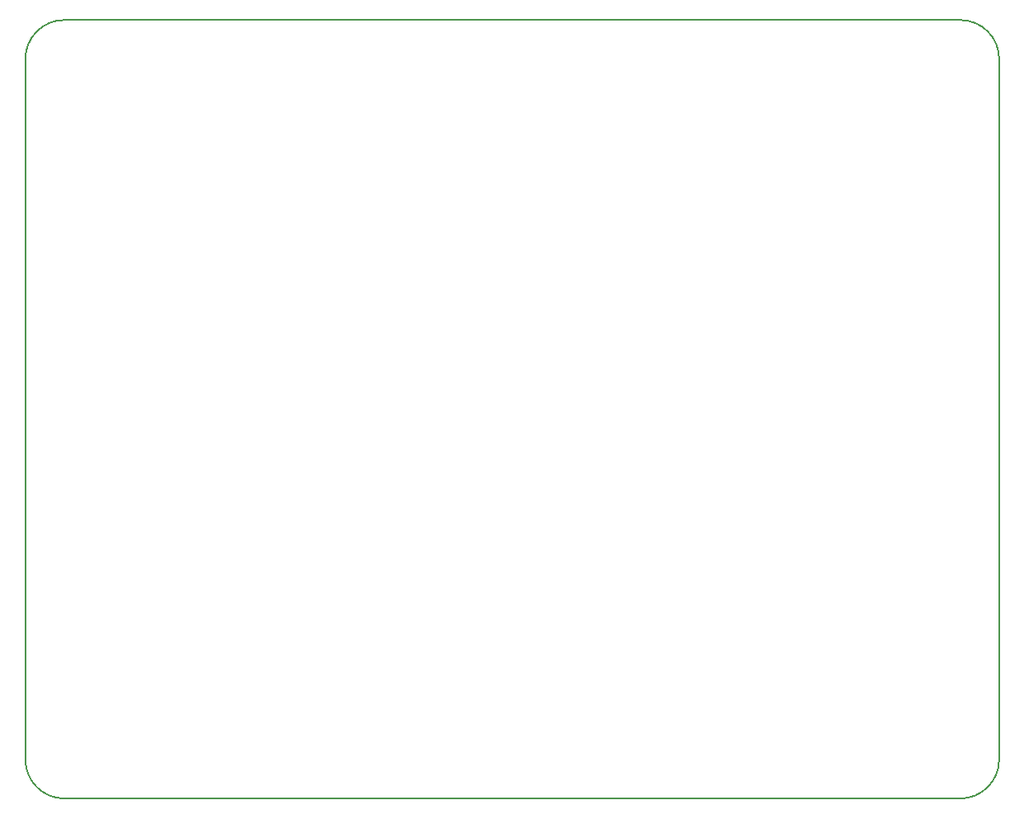
<source format=gko>
G04 (created by PCBNEW (2013-07-07 BZR 4022)-stable) date Tue 03 Dec 2013 19:18:52 NZDT*
%MOIN*%
G04 Gerber Fmt 3.4, Leading zero omitted, Abs format*
%FSLAX34Y34*%
G01*
G70*
G90*
G04 APERTURE LIST*
%ADD10C,0.00590551*%
%ADD11C,0.00787402*%
G04 APERTURE END LIST*
G54D10*
G54D11*
X93700Y-55118D02*
X93700Y-83464D01*
X92125Y-85039D02*
G75*
G03X93700Y-83464I0J1574D01*
G74*
G01*
X93700Y-55118D02*
G75*
G03X92125Y-53543I-1574J0D01*
G74*
G01*
X55905Y-53543D02*
X92125Y-53543D01*
X55905Y-85039D02*
X92125Y-85039D01*
X55905Y-53543D02*
G75*
G03X54330Y-55118I0J-1574D01*
G74*
G01*
X54330Y-83464D02*
G75*
G03X55905Y-85039I1574J0D01*
G74*
G01*
X54330Y-55118D02*
X54330Y-83464D01*
M02*

</source>
